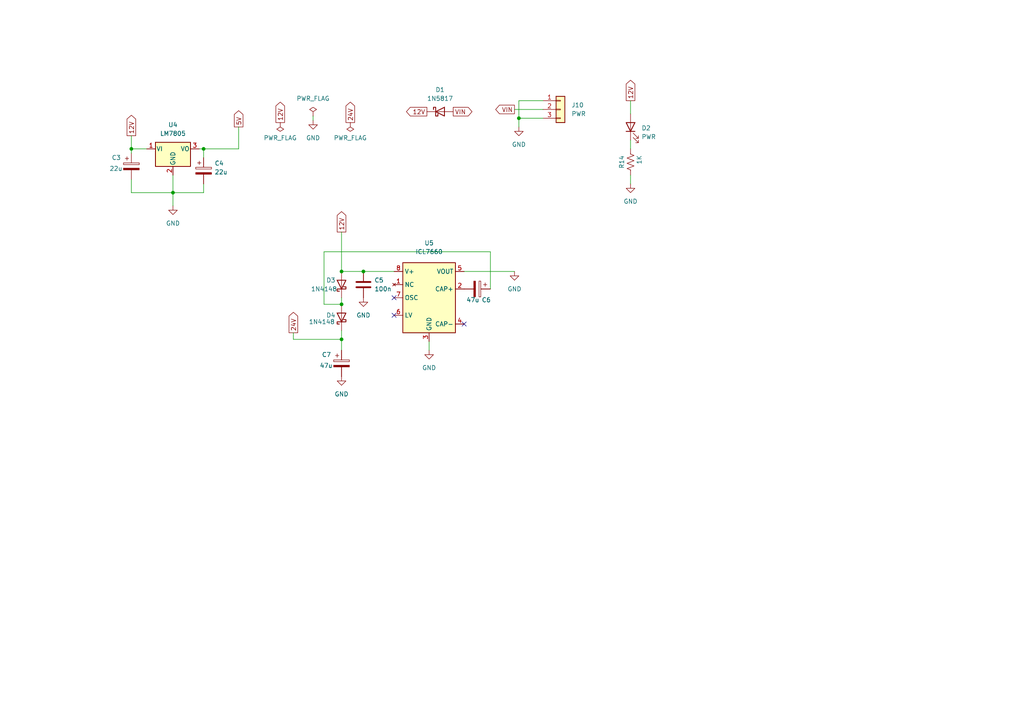
<source format=kicad_sch>
(kicad_sch (version 20211123) (generator eeschema)
  (paper "A4")
  (lib_symbols
    (symbol "Connector_Generic:Conn_01x03" (pin_names (offset 1.016) hide)
      (property "Reference" "J" (at 0 5.08 0))
      (property "Value" "Conn_01x03" (at 0 -5.08 0))
      (symbol "Conn_01x03_1_1"
        (rectangle (start -1.27 -2.413) (end 0 -2.667) (stroke (width 0.1524)))
        (rectangle (start -1.27 0.127) (end 0 -0.127) (stroke (width 0.1524)))
        (rectangle (start -1.27 2.667) (end 0 2.413) (stroke (width 0.1524)))
        (rectangle (start -1.27 3.81) (end 1.27 -3.81) (stroke (width 0.254)) (fill (type background)))
        (pin passive line (at -5.08 2.54 0) (length 3.81) (name "Pin_1") (number "1"))
        (pin passive line (at -5.08 0 0) (length 3.81) (name "Pin_2") (number "2"))
        (pin passive line (at -5.08 -2.54 0) (length 3.81) (name "Pin_3") (number "3"))
      )
    )
    (symbol "Device:C" (pin_numbers hide) (pin_names (offset 0.254))
      (property "Reference" "C" (at 0.635 2.54 0))
      (property "Value" "C" (at 0.635 -2.54 0))
      (symbol "C_0_1"
        (polyline (pts (xy -2.032 -0.762) (xy 2.032 -0.762)) (stroke (width 0.508)))
        (polyline (pts (xy -2.032 0.762) (xy 2.032 0.762)) (stroke (width 0.508)))
      )
      (symbol "C_1_1"
        (pin passive line (at 0 3.81 270) (length 2.794) (name "~") (number "1"))
        (pin passive line (at 0 -3.81 90) (length 2.794) (name "~") (number "2"))
      )
    )
    (symbol "Device:C_Polarized" (pin_numbers hide) (pin_names (offset 0.254))
      (property "Reference" "C" (at 0.635 2.54 0))
      (property "Value" "C_Polarized" (at 0.635 -2.54 0))
      (symbol "C_Polarized_0_1"
        (rectangle (start -2.286 0.508) (end 2.286 1.016))
        (polyline (pts (xy -1.778 2.286) (xy -0.762 2.286)))
        (polyline (pts (xy -1.27 2.794) (xy -1.27 1.778)))
        (rectangle (start 2.286 -0.508) (end -2.286 -1.016) (fill (type outline)))
      )
      (symbol "C_Polarized_1_1"
        (pin passive line (at 0 3.81 270) (length 2.794) (name "~") (number "1"))
        (pin passive line (at 0 -3.81 90) (length 2.794) (name "~") (number "2"))
      )
    )
    (symbol "Device:LED" (pin_numbers hide) (pin_names (offset 1.016) hide)
      (property "Reference" "D" (at 0 2.54 0))
      (property "Value" "LED" (at 0 -2.54 0))
      (symbol "LED_0_1"
        (polyline (pts (xy -1.27 -1.27) (xy -1.27 1.27)) (stroke (width 0.254)))
        (polyline (pts (xy -1.27 0) (xy 1.27 0)))
        (polyline (pts (xy 1.27 -1.27) (xy 1.27 1.27) (xy -1.27 0) (xy 1.27 -1.27)) (stroke (width 0.254)))
        (polyline (pts (xy -3.048 -0.762) (xy -4.572 -2.286) (xy -3.81 -2.286) (xy -4.572 -2.286) (xy -4.572 -1.524)))
        (polyline (pts (xy -1.778 -0.762) (xy -3.302 -2.286) (xy -2.54 -2.286) (xy -3.302 -2.286) (xy -3.302 -1.524)))
      )
      (symbol "LED_1_1"
        (pin passive line (at -3.81 0 0) (length 2.54) (name "K") (number "1"))
        (pin passive line (at 3.81 0 180) (length 2.54) (name "A") (number "2"))
      )
    )
    (symbol "Device:R_US" (pin_numbers hide) (pin_names (offset 0))
      (property "Reference" "R" (at 2.54 0 90))
      (property "Value" "R_US" (at -2.54 0 90))
      (symbol "R_US_0_1"
        (polyline (pts (xy 0 -2.286) (xy 0 -2.54)))
        (polyline (pts (xy 0 2.286) (xy 0 2.54)))
        (polyline (pts (xy 0 -0.762) (xy 1.016 -1.143) (xy 0 -1.524) (xy -1.016 -1.905) (xy 0 -2.286)))
        (polyline (pts (xy 0 0.762) (xy 1.016 0.381) (xy 0 0) (xy -1.016 -0.381) (xy 0 -0.762)))
        (polyline (pts (xy 0 2.286) (xy 1.016 1.905) (xy 0 1.524) (xy -1.016 1.143) (xy 0 0.762)))
      )
      (symbol "R_US_1_1"
        (pin passive line (at 0 3.81 270) (length 1.27) (name "~") (number "1"))
        (pin passive line (at 0 -3.81 90) (length 1.27) (name "~") (number "2"))
      )
    )
    (symbol "Diode:1N5817" (pin_numbers hide) (pin_names (offset 1.016) hide)
      (property "Reference" "D" (at 0 2.54 0))
      (property "Value" "1N5817" (at 0 -2.54 0))
      (symbol "1N5817_0_1"
        (polyline (pts (xy 1.27 0) (xy -1.27 0)))
        (polyline (pts (xy 1.27 1.27) (xy 1.27 -1.27) (xy -1.27 0) (xy 1.27 1.27)) (stroke (width 0.254)))
        (polyline (pts (xy -1.905 0.635) (xy -1.905 1.27) (xy -1.27 1.27) (xy -1.27 -1.27) (xy -0.635 -1.27) (xy -0.635 -0.635)) (stroke (width 0.254)))
      )
      (symbol "1N5817_1_1"
        (pin passive line (at -3.81 0 0) (length 2.54) (name "K") (number "1"))
        (pin passive line (at 3.81 0 180) (length 2.54) (name "A") (number "2"))
      )
    )
    (symbol "Regulator_Linear:LM7805_TO220" (pin_names (offset 0.254))
      (property "Reference" "U" (at -3.81 3.175 0))
      (property "Value" "LM7805_TO220" (at 0 3.175 0))
      (symbol "LM7805_TO220_0_1"
        (rectangle (start -5.08 1.905) (end 5.08 -5.08) (stroke (width 0.254)) (fill (type background)))
      )
      (symbol "LM7805_TO220_1_1"
        (pin power_in line (at -7.62 0 0) (length 2.54) (name "VI") (number "1"))
        (pin power_in line (at 0 -7.62 90) (length 2.54) (name "GND") (number "2"))
        (pin power_out line (at 7.62 0 180) (length 2.54) (name "VO") (number "3"))
      )
    )
    (symbol "Regulator_SwitchedCapacitor:ICL7660"
      (property "Reference" "U4" (at 0 15.875 0))
      (property "Value" "ICL7660" (at 0 13.335 0))
      (symbol "ICL7660_0_1"
        (rectangle (start -7.62 10.16) (end 7.62 -10.16) (stroke (width 0.254)) (fill (type background)))
      )
      (symbol "ICL7660_1_1"
        (pin no_connect line (at -10.16 3.81 0) (length 2.54) (name "NC") (number "1"))
        (pin input line (at 10.16 2.54 180) (length 2.54) (name "CAP+") (number "2"))
        (pin power_in line (at 0 -12.7 90) (length 2.54) (name "GND") (number "3"))
        (pin input line (at 10.16 -7.62 180) (length 2.54) (name "CAP-") (number "4"))
        (pin passive line (at 10.16 7.62 180) (length 2.54) (name "VOUT") (number "5"))
        (pin input line (at -10.16 -5.08 0) (length 2.54) (name "LV") (number "6"))
        (pin input line (at -10.16 0 0) (length 2.54) (name "OSC") (number "7"))
        (pin power_in line (at -10.16 7.62 0) (length 2.54) (name "V+") (number "8"))
      )
    )
    (symbol "power:GND" (power) (pin_names (offset 0))
      (property "Value" "GND" (at 0 -3.81 0))
      (symbol "GND_0_1"
        (polyline (pts (xy 0 0) (xy 0 -1.27) (xy 1.27 -1.27) (xy 0 -2.54) (xy -1.27 -1.27) (xy 0 -1.27)))
      )
      (symbol "GND_1_1"
        (pin power_in line (at 0 0 270) (length 0) hide (name "GND") (number "1"))
      )
    )
    (symbol "power:PWR_FLAG" (power) (pin_numbers hide) (pin_names (offset 0) hide)
      (property "Value" "PWR_FLAG" (at 0 3.81 0))
      (symbol "PWR_FLAG_0_0"
        (pin power_out line (at 0 0 90) (length 0) (name "pwr") (number "1"))
      )
      (symbol "PWR_FLAG_0_1"
        (polyline (pts (xy 0 0) (xy 0 1.27) (xy -1.016 1.905) (xy 0 2.54) (xy 1.016 1.905) (xy 0 1.27)))
      )
    )
  )
  (junction (at 59.055 43.18))
  (junction (at 105.41 78.74))
  (junction (at 99.06 98.425))
  (junction (at 99.06 78.74))
  (junction (at 150.495 34.29))
  (junction (at 99.06 88.265))
  (junction (at 38.1 43.18))
  (junction (at 50.165 55.88))
  (no_connect (at 134.62 93.98))
  (no_connect (at 114.3 86.36))
  (no_connect (at 114.3 91.44))
  (wire (pts (xy 182.88 29.21) (xy 182.88 33.02)))
  (wire (pts (xy 124.46 101.6) (xy 124.46 99.06)))
  (wire (pts (xy 90.805 33.655) (xy 90.805 34.925)))
  (wire (pts (xy 150.495 29.21) (xy 150.495 34.29)))
  (wire (pts (xy 149.225 31.75) (xy 157.48 31.75)))
  (wire (pts (xy 50.165 55.88) (xy 50.165 59.69)))
  (wire (pts (xy 99.06 88.265) (xy 99.06 86.36)))
  (wire (pts (xy 150.495 34.29) (xy 157.48 34.29)))
  (wire (pts (xy 99.06 78.74) (xy 105.41 78.74)))
  (wire (pts (xy 182.88 50.8) (xy 182.88 53.34)))
  (wire (pts (xy 38.1 43.18) (xy 38.1 44.45)))
  (wire (pts (xy 59.055 53.34) (xy 59.055 55.88)))
  (wire (pts (xy 38.1 52.07) (xy 38.1 55.88)))
  (wire (pts (xy 93.98 73.025) (xy 142.24 73.025)))
  (wire (pts (xy 50.165 55.88) (xy 50.165 50.8)))
  (wire (pts (xy 105.41 78.74) (xy 114.3 78.74)))
  (wire (pts (xy 85.09 96.52) (xy 85.09 98.425)))
  (wire (pts (xy 99.06 78.74) (xy 99.06 67.31)))
  (wire (pts (xy 69.215 36.83) (xy 69.215 43.18)))
  (wire (pts (xy 157.48 29.21) (xy 150.495 29.21)))
  (wire (pts (xy 59.055 55.88) (xy 50.165 55.88)))
  (wire (pts (xy 93.98 88.265) (xy 99.06 88.265)))
  (wire (pts (xy 85.09 98.425) (xy 99.06 98.425)))
  (wire (pts (xy 134.62 78.74) (xy 149.225 78.74)))
  (wire (pts (xy 59.055 43.18) (xy 69.215 43.18)))
  (wire (pts (xy 93.98 73.025) (xy 93.98 88.265)))
  (wire (pts (xy 59.055 43.18) (xy 59.055 45.72)))
  (wire (pts (xy 99.06 98.425) (xy 99.06 95.885)))
  (wire (pts (xy 182.88 40.64) (xy 182.88 43.18)))
  (wire (pts (xy 50.165 55.88) (xy 38.1 55.88)))
  (wire (pts (xy 57.785 43.18) (xy 59.055 43.18)))
  (wire (pts (xy 42.545 43.18) (xy 38.1 43.18)))
  (wire (pts (xy 99.06 101.6) (xy 99.06 98.425)))
  (wire (pts (xy 38.1 39.37) (xy 38.1 43.18)))
  (wire (pts (xy 142.24 73.025) (xy 142.24 83.82)))
  (wire (pts (xy 150.495 34.29) (xy 150.495 36.83)))
  (global_label "12V" (shape output) (at 38.1 39.37 90) (property "Intersheet References" "${INTERSHEET_REFS}" (effects hide)))
  (global_label "24V" (shape output) (at 85.09 96.52 90) (property "Intersheet References" "${INTERSHEET_REFS}" (effects hide)))
  (global_label "VIN" (shape output) (at 149.225 31.75 180) (property "Intersheet References" "${INTERSHEET_REFS}" (effects hide)))
  (global_label "5V" (shape output) (at 69.215 36.83 90) (property "Intersheet References" "${INTERSHEET_REFS}" (effects hide)))
  (global_label "12V" (shape output) (at 123.825 32.385 180) (property "Intersheet References" "${INTERSHEET_REFS}" (effects hide)))
  (global_label "12V" (shape output) (at 182.88 29.21 90) (property "Intersheet References" "${INTERSHEET_REFS}" (effects hide)))
  (global_label "VIN" (shape output) (at 131.445 32.385 0) (property "Intersheet References" "${INTERSHEET_REFS}" (effects hide)))
  (global_label "24V" (shape output) (at 101.6 35.56 90) (property "Intersheet References" "${INTERSHEET_REFS}" (effects hide)))
  (global_label "12V" (shape output) (at 81.28 35.56 90) (property "Intersheet References" "${INTERSHEET_REFS}" (effects hide)))
  (global_label "12V" (shape output) (at 99.06 67.31 90) (property "Intersheet References" "${INTERSHEET_REFS}" (effects hide)))
  (symbol (lib_id "Diode:1N5817") (at 99.06 92.075 90) (unit 1)
    (property "Reference" "D4" (at 94.615 91.44 90) (effects (justify right)))
    (property "Value" "1N4148" (at 89.535 93.345 90) (effects (justify right)))
    (property "Footprint" "Diode_THT:D_DO-41_SOD81_P10.16mm_Horizontal" (effects hide))
    (property "Datasheet" "http://www.vishay.com/docs/88525/1n5817.pdf" (effects hide))
  )
  (symbol (lib_id "power:PWR_FLAG") (at 101.6 35.56 180) (unit 1)
    (property "Reference" "#FLG04" (effects hide))
    (property "Value" "PWR_FLAG" (at 101.6 40.005 0))
  )
  (symbol (lib_id "power:GND") (at 105.41 86.36 0) (unit 1)
    (property "Reference" "#PWR019" (effects hide))
    (property "Value" "GND" (at 105.41 91.44 0))
  )
  (symbol (lib_id "Diode:1N5817") (at 99.06 82.55 90) (unit 1)
    (property "Reference" "D3" (at 94.615 81.28 90) (effects (justify right)))
    (property "Value" "1N4148" (at 90.17 83.82 90) (effects (justify right)))
    (property "Footprint" "Diode_THT:D_DO-41_SOD81_P10.16mm_Horizontal" (effects hide))
    (property "Datasheet" "http://www.vishay.com/docs/88525/1n5817.pdf" (effects hide))
  )
  (symbol (lib_id "Diode:1N5817") (at 127.635 32.385 0) (unit 1)
    (property "Reference" "D1" (at 127.635 26.035 0))
    (property "Value" "1N5817" (at 127.635 28.575 0))
    (property "Footprint" "Diode_THT:D_DO-41_SOD81_P10.16mm_Horizontal" (effects hide))
    (property "Datasheet" "http://www.vishay.com/docs/88525/1n5817.pdf" (effects hide))
  )
  (symbol (lib_id "Device:C_Polarized") (at 59.055 49.53 0) (unit 1)
    (property "Reference" "C4" (at 62.23 47.3709 0) (effects (justify left)))
    (property "Value" "22u" (at 62.23 49.9109 0) (effects (justify left)))
    (property "Footprint" "Capacitor_THT:CP_Radial_D8.0mm_P2.50mm" (effects hide))
  )
  (symbol (lib_id "Device:LED") (at 182.88 36.83 90) (unit 1)
    (property "Reference" "D2" (at 186.055 37.1474 90) (effects (justify right)))
    (property "Value" "PWR" (at 186.055 39.6874 90) (effects (justify right)))
    (property "Footprint" "LED_THT:LED_D3.0mm" (effects hide))
  )
  (symbol (lib_id "power:PWR_FLAG") (at 90.805 33.655 0) (unit 1)
    (property "Reference" "#FLG02" (effects hide))
    (property "Value" "PWR_FLAG" (at 90.805 28.575 0))
  )
  (symbol (lib_id "power:GND") (at 149.225 78.74 0) (unit 1)
    (property "Reference" "#PWR018" (effects hide))
    (property "Value" "GND" (at 149.225 83.82 0))
  )
  (symbol (lib_id "power:GND") (at 150.495 36.83 0) (unit 1)
    (property "Reference" "#PWR015" (effects hide))
    (property "Value" "GND" (at 150.495 41.91 0))
  )
  (symbol (lib_id "Device:C_Polarized") (at 38.1 48.26 0) (unit 1)
    (property "Reference" "C3" (at 32.385 45.72 0) (effects (justify left)))
    (property "Value" "22u" (at 31.75 48.895 0) (effects (justify left)))
    (property "Footprint" "Capacitor_THT:CP_Radial_D8.0mm_P2.50mm" (effects hide))
  )
  (symbol (lib_id "Device:C_Polarized") (at 138.43 83.82 270) (unit 1)
    (property "Reference" "C6" (at 139.7 86.995 90) (effects (justify left)))
    (property "Value" "47u" (at 135.255 86.995 90) (effects (justify left)))
    (property "Footprint" "Capacitor_THT:CP_Radial_D8.0mm_P2.50mm" (effects hide))
  )
  (symbol (lib_id "Regulator_Linear:LM7805_TO220") (at 50.165 43.18 0) (unit 1)
    (property "Reference" "U4" (at 50.165 36.195 0))
    (property "Value" "LM7805" (at 50.165 38.735 0))
    (property "Footprint" "Package_TO_SOT_THT:TO-220-3_Vertical" (effects hide))
    (property "Datasheet" "https://www.onsemi.cn/PowerSolutions/document/MC7800-D.PDF" (effects hide))
  )
  (symbol (lib_id "power:GND") (at 99.06 109.22 0) (unit 1)
    (property "Reference" "#PWR021" (effects hide))
    (property "Value" "GND" (at 99.06 114.3 0))
  )
  (symbol (lib_id "Regulator_SwitchedCapacitor:ICL7660") (at 124.46 86.36 0) (unit 1)
    (property "Reference" "U5" (at 124.46 70.485 0))
    (property "Value" "ICL7660" (at 124.46 73.025 0))
    (property "Footprint" "Package_SO:SOIC-8_3.9x4.9mm_P1.27mm" (effects hide))
    (property "Datasheet" "http://datasheets.maximintegrated.com/en/ds/ICL7660-MAX1044.pdf" (effects hide))
  )
  (symbol (lib_id "power:GND") (at 50.165 59.69 0) (unit 1)
    (property "Reference" "#PWR017" (effects hide))
    (property "Value" "GND" (at 50.165 64.77 0))
  )
  (symbol (lib_id "Device:R_US") (at 182.88 46.99 180) (unit 1)
    (property "Reference" "R14" (at 180.34 46.99 90))
    (property "Value" "1K" (at 185.42 46.355 90))
    (property "Footprint" "Resistor_SMD:R_1206_3216Metric_Pad1.30x1.75mm_HandSolder" (effects hide))
  )
  (symbol (lib_id "Connector_Generic:Conn_01x03") (at 162.56 31.75 0) (unit 1)
    (property "Reference" "J10" (at 165.735 30.4799 0) (effects (justify left)))
    (property "Value" "PWR" (at 165.735 33.0199 0) (effects (justify left)))
    (property "Footprint" "Connector_PinHeader_2.54mm:PinHeader_1x03_P2.54mm_Vertical" (effects hide))
  )
  (symbol (lib_id "power:PWR_FLAG") (at 81.28 35.56 180) (unit 1)
    (property "Reference" "#FLG03" (effects hide))
    (property "Value" "PWR_FLAG" (at 81.28 40.005 0))
  )
  (symbol (lib_id "power:GND") (at 182.88 53.34 0) (unit 1)
    (property "Reference" "#PWR016" (effects hide))
    (property "Value" "GND" (at 182.88 58.42 0))
  )
  (symbol (lib_id "Device:C_Polarized") (at 99.06 105.41 0) (unit 1)
    (property "Reference" "C7" (at 93.345 102.87 0) (effects (justify left)))
    (property "Value" "47u" (at 92.71 106.045 0) (effects (justify left)))
    (property "Footprint" "Capacitor_THT:CP_Radial_D8.0mm_P2.50mm" (effects hide))
  )
  (symbol (lib_id "power:GND") (at 124.46 101.6 0) (unit 1)
    (property "Reference" "#PWR020" (effects hide))
    (property "Value" "GND" (at 124.46 106.68 0))
  )
  (symbol (lib_id "power:GND") (at 90.805 34.925 0) (unit 1)
    (property "Reference" "#PWR014" (effects hide))
    (property "Value" "GND" (at 90.805 40.005 0))
  )
  (symbol (lib_id "Device:C") (at 105.41 82.55 180) (unit 1)
    (property "Reference" "C5" (at 108.585 81.2799 0) (effects (justify right)))
    (property "Value" "100n" (at 108.585 83.8199 0) (effects (justify right)))
    (property "Footprint" "Capacitor_SMD:C_1206_3216Metric_Pad1.33x1.80mm_HandSolder" (effects hide))
  )
)
</source>
